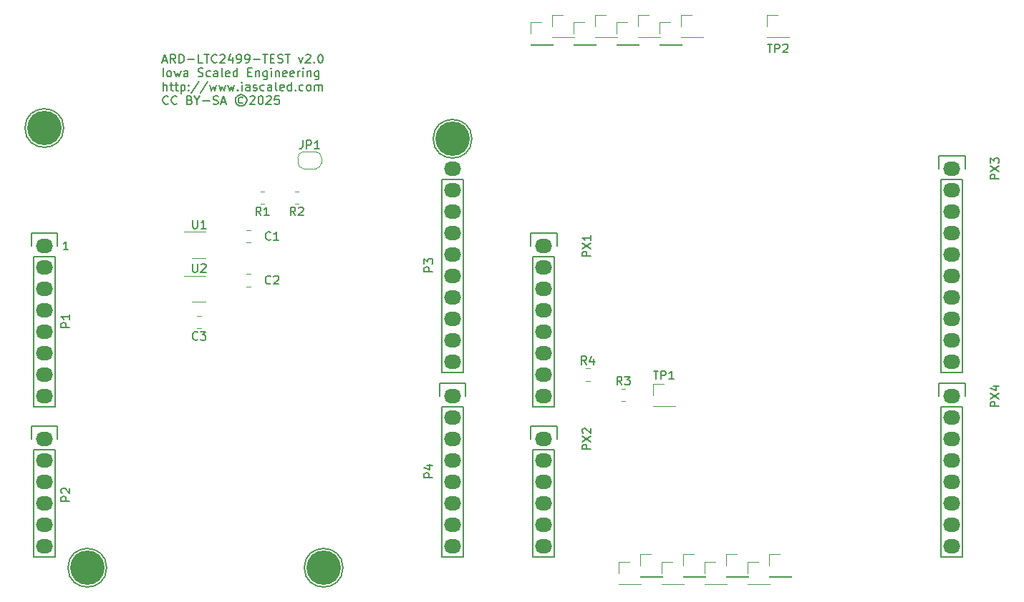
<source format=gto>
G04 #@! TF.GenerationSoftware,KiCad,Pcbnew,6.0.10-86aedd382b~118~ubuntu18.04.1*
G04 #@! TF.CreationDate,2025-02-22T22:25:58-07:00*
G04 #@! TF.ProjectId,ard-ltc2499-test,6172642d-6c74-4633-9234-39392d746573,rev?*
G04 #@! TF.SameCoordinates,Original*
G04 #@! TF.FileFunction,Legend,Top*
G04 #@! TF.FilePolarity,Positive*
%FSLAX46Y46*%
G04 Gerber Fmt 4.6, Leading zero omitted, Abs format (unit mm)*
G04 Created by KiCad (PCBNEW 6.0.10-86aedd382b~118~ubuntu18.04.1) date 2025-02-22 22:25:58*
%MOMM*%
%LPD*%
G01*
G04 APERTURE LIST*
%ADD10C,0.152400*%
%ADD11C,0.150000*%
%ADD12C,0.120000*%
%ADD13O,2.032000X1.727200*%
%ADD14C,4.064000*%
G04 APERTURE END LIST*
D10*
X127546583Y-63755693D02*
X128030393Y-63755693D01*
X127449821Y-64045979D02*
X127788488Y-63029979D01*
X128127155Y-64045979D01*
X129046393Y-64045979D02*
X128707726Y-63562169D01*
X128465821Y-64045979D02*
X128465821Y-63029979D01*
X128852869Y-63029979D01*
X128949631Y-63078360D01*
X128998012Y-63126740D01*
X129046393Y-63223502D01*
X129046393Y-63368645D01*
X128998012Y-63465407D01*
X128949631Y-63513788D01*
X128852869Y-63562169D01*
X128465821Y-63562169D01*
X129481821Y-64045979D02*
X129481821Y-63029979D01*
X129723726Y-63029979D01*
X129868869Y-63078360D01*
X129965631Y-63175121D01*
X130014012Y-63271883D01*
X130062393Y-63465407D01*
X130062393Y-63610550D01*
X130014012Y-63804074D01*
X129965631Y-63900836D01*
X129868869Y-63997598D01*
X129723726Y-64045979D01*
X129481821Y-64045979D01*
X130497821Y-63658931D02*
X131271917Y-63658931D01*
X132239536Y-64045979D02*
X131755726Y-64045979D01*
X131755726Y-63029979D01*
X132433060Y-63029979D02*
X133013631Y-63029979D01*
X132723345Y-64045979D02*
X132723345Y-63029979D01*
X133932869Y-63949217D02*
X133884488Y-63997598D01*
X133739345Y-64045979D01*
X133642583Y-64045979D01*
X133497440Y-63997598D01*
X133400679Y-63900836D01*
X133352298Y-63804074D01*
X133303917Y-63610550D01*
X133303917Y-63465407D01*
X133352298Y-63271883D01*
X133400679Y-63175121D01*
X133497440Y-63078360D01*
X133642583Y-63029979D01*
X133739345Y-63029979D01*
X133884488Y-63078360D01*
X133932869Y-63126740D01*
X134319917Y-63126740D02*
X134368298Y-63078360D01*
X134465060Y-63029979D01*
X134706964Y-63029979D01*
X134803726Y-63078360D01*
X134852107Y-63126740D01*
X134900488Y-63223502D01*
X134900488Y-63320264D01*
X134852107Y-63465407D01*
X134271536Y-64045979D01*
X134900488Y-64045979D01*
X135771345Y-63368645D02*
X135771345Y-64045979D01*
X135529440Y-62981598D02*
X135287536Y-63707312D01*
X135916488Y-63707312D01*
X136351917Y-64045979D02*
X136545440Y-64045979D01*
X136642202Y-63997598D01*
X136690583Y-63949217D01*
X136787345Y-63804074D01*
X136835726Y-63610550D01*
X136835726Y-63223502D01*
X136787345Y-63126740D01*
X136738964Y-63078360D01*
X136642202Y-63029979D01*
X136448679Y-63029979D01*
X136351917Y-63078360D01*
X136303536Y-63126740D01*
X136255155Y-63223502D01*
X136255155Y-63465407D01*
X136303536Y-63562169D01*
X136351917Y-63610550D01*
X136448679Y-63658931D01*
X136642202Y-63658931D01*
X136738964Y-63610550D01*
X136787345Y-63562169D01*
X136835726Y-63465407D01*
X137319536Y-64045979D02*
X137513060Y-64045979D01*
X137609821Y-63997598D01*
X137658202Y-63949217D01*
X137754964Y-63804074D01*
X137803345Y-63610550D01*
X137803345Y-63223502D01*
X137754964Y-63126740D01*
X137706583Y-63078360D01*
X137609821Y-63029979D01*
X137416298Y-63029979D01*
X137319536Y-63078360D01*
X137271155Y-63126740D01*
X137222774Y-63223502D01*
X137222774Y-63465407D01*
X137271155Y-63562169D01*
X137319536Y-63610550D01*
X137416298Y-63658931D01*
X137609821Y-63658931D01*
X137706583Y-63610550D01*
X137754964Y-63562169D01*
X137803345Y-63465407D01*
X138238774Y-63658931D02*
X139012869Y-63658931D01*
X139351536Y-63029979D02*
X139932107Y-63029979D01*
X139641821Y-64045979D02*
X139641821Y-63029979D01*
X140270774Y-63513788D02*
X140609440Y-63513788D01*
X140754583Y-64045979D02*
X140270774Y-64045979D01*
X140270774Y-63029979D01*
X140754583Y-63029979D01*
X141141631Y-63997598D02*
X141286774Y-64045979D01*
X141528679Y-64045979D01*
X141625440Y-63997598D01*
X141673821Y-63949217D01*
X141722202Y-63852455D01*
X141722202Y-63755693D01*
X141673821Y-63658931D01*
X141625440Y-63610550D01*
X141528679Y-63562169D01*
X141335155Y-63513788D01*
X141238393Y-63465407D01*
X141190012Y-63417026D01*
X141141631Y-63320264D01*
X141141631Y-63223502D01*
X141190012Y-63126740D01*
X141238393Y-63078360D01*
X141335155Y-63029979D01*
X141577060Y-63029979D01*
X141722202Y-63078360D01*
X142012488Y-63029979D02*
X142593060Y-63029979D01*
X142302774Y-64045979D02*
X142302774Y-63029979D01*
X143609060Y-63368645D02*
X143850964Y-64045979D01*
X144092869Y-63368645D01*
X144431536Y-63126740D02*
X144479917Y-63078360D01*
X144576679Y-63029979D01*
X144818583Y-63029979D01*
X144915345Y-63078360D01*
X144963726Y-63126740D01*
X145012107Y-63223502D01*
X145012107Y-63320264D01*
X144963726Y-63465407D01*
X144383155Y-64045979D01*
X145012107Y-64045979D01*
X145447536Y-63949217D02*
X145495917Y-63997598D01*
X145447536Y-64045979D01*
X145399155Y-63997598D01*
X145447536Y-63949217D01*
X145447536Y-64045979D01*
X146124869Y-63029979D02*
X146221631Y-63029979D01*
X146318393Y-63078360D01*
X146366774Y-63126740D01*
X146415155Y-63223502D01*
X146463536Y-63417026D01*
X146463536Y-63658931D01*
X146415155Y-63852455D01*
X146366774Y-63949217D01*
X146318393Y-63997598D01*
X146221631Y-64045979D01*
X146124869Y-64045979D01*
X146028107Y-63997598D01*
X145979726Y-63949217D01*
X145931345Y-63852455D01*
X145882964Y-63658931D01*
X145882964Y-63417026D01*
X145931345Y-63223502D01*
X145979726Y-63126740D01*
X146028107Y-63078360D01*
X146124869Y-63029979D01*
X127594964Y-65681739D02*
X127594964Y-64665739D01*
X128223917Y-65681739D02*
X128127155Y-65633358D01*
X128078774Y-65584977D01*
X128030393Y-65488215D01*
X128030393Y-65197929D01*
X128078774Y-65101167D01*
X128127155Y-65052786D01*
X128223917Y-65004405D01*
X128369060Y-65004405D01*
X128465821Y-65052786D01*
X128514202Y-65101167D01*
X128562583Y-65197929D01*
X128562583Y-65488215D01*
X128514202Y-65584977D01*
X128465821Y-65633358D01*
X128369060Y-65681739D01*
X128223917Y-65681739D01*
X128901250Y-65004405D02*
X129094774Y-65681739D01*
X129288298Y-65197929D01*
X129481821Y-65681739D01*
X129675345Y-65004405D01*
X130497821Y-65681739D02*
X130497821Y-65149548D01*
X130449440Y-65052786D01*
X130352679Y-65004405D01*
X130159155Y-65004405D01*
X130062393Y-65052786D01*
X130497821Y-65633358D02*
X130401060Y-65681739D01*
X130159155Y-65681739D01*
X130062393Y-65633358D01*
X130014012Y-65536596D01*
X130014012Y-65439834D01*
X130062393Y-65343072D01*
X130159155Y-65294691D01*
X130401060Y-65294691D01*
X130497821Y-65246310D01*
X131707345Y-65633358D02*
X131852488Y-65681739D01*
X132094393Y-65681739D01*
X132191155Y-65633358D01*
X132239536Y-65584977D01*
X132287917Y-65488215D01*
X132287917Y-65391453D01*
X132239536Y-65294691D01*
X132191155Y-65246310D01*
X132094393Y-65197929D01*
X131900869Y-65149548D01*
X131804107Y-65101167D01*
X131755726Y-65052786D01*
X131707345Y-64956024D01*
X131707345Y-64859262D01*
X131755726Y-64762500D01*
X131804107Y-64714120D01*
X131900869Y-64665739D01*
X132142774Y-64665739D01*
X132287917Y-64714120D01*
X133158774Y-65633358D02*
X133062012Y-65681739D01*
X132868488Y-65681739D01*
X132771726Y-65633358D01*
X132723345Y-65584977D01*
X132674964Y-65488215D01*
X132674964Y-65197929D01*
X132723345Y-65101167D01*
X132771726Y-65052786D01*
X132868488Y-65004405D01*
X133062012Y-65004405D01*
X133158774Y-65052786D01*
X134029631Y-65681739D02*
X134029631Y-65149548D01*
X133981250Y-65052786D01*
X133884488Y-65004405D01*
X133690964Y-65004405D01*
X133594202Y-65052786D01*
X134029631Y-65633358D02*
X133932869Y-65681739D01*
X133690964Y-65681739D01*
X133594202Y-65633358D01*
X133545821Y-65536596D01*
X133545821Y-65439834D01*
X133594202Y-65343072D01*
X133690964Y-65294691D01*
X133932869Y-65294691D01*
X134029631Y-65246310D01*
X134658583Y-65681739D02*
X134561821Y-65633358D01*
X134513440Y-65536596D01*
X134513440Y-64665739D01*
X135432679Y-65633358D02*
X135335917Y-65681739D01*
X135142393Y-65681739D01*
X135045631Y-65633358D01*
X134997250Y-65536596D01*
X134997250Y-65149548D01*
X135045631Y-65052786D01*
X135142393Y-65004405D01*
X135335917Y-65004405D01*
X135432679Y-65052786D01*
X135481060Y-65149548D01*
X135481060Y-65246310D01*
X134997250Y-65343072D01*
X136351917Y-65681739D02*
X136351917Y-64665739D01*
X136351917Y-65633358D02*
X136255155Y-65681739D01*
X136061631Y-65681739D01*
X135964869Y-65633358D01*
X135916488Y-65584977D01*
X135868107Y-65488215D01*
X135868107Y-65197929D01*
X135916488Y-65101167D01*
X135964869Y-65052786D01*
X136061631Y-65004405D01*
X136255155Y-65004405D01*
X136351917Y-65052786D01*
X137609821Y-65149548D02*
X137948488Y-65149548D01*
X138093631Y-65681739D02*
X137609821Y-65681739D01*
X137609821Y-64665739D01*
X138093631Y-64665739D01*
X138529060Y-65004405D02*
X138529060Y-65681739D01*
X138529060Y-65101167D02*
X138577440Y-65052786D01*
X138674202Y-65004405D01*
X138819345Y-65004405D01*
X138916107Y-65052786D01*
X138964488Y-65149548D01*
X138964488Y-65681739D01*
X139883726Y-65004405D02*
X139883726Y-65826881D01*
X139835345Y-65923643D01*
X139786964Y-65972024D01*
X139690202Y-66020405D01*
X139545060Y-66020405D01*
X139448298Y-65972024D01*
X139883726Y-65633358D02*
X139786964Y-65681739D01*
X139593440Y-65681739D01*
X139496679Y-65633358D01*
X139448298Y-65584977D01*
X139399917Y-65488215D01*
X139399917Y-65197929D01*
X139448298Y-65101167D01*
X139496679Y-65052786D01*
X139593440Y-65004405D01*
X139786964Y-65004405D01*
X139883726Y-65052786D01*
X140367536Y-65681739D02*
X140367536Y-65004405D01*
X140367536Y-64665739D02*
X140319155Y-64714120D01*
X140367536Y-64762500D01*
X140415917Y-64714120D01*
X140367536Y-64665739D01*
X140367536Y-64762500D01*
X140851345Y-65004405D02*
X140851345Y-65681739D01*
X140851345Y-65101167D02*
X140899726Y-65052786D01*
X140996488Y-65004405D01*
X141141631Y-65004405D01*
X141238393Y-65052786D01*
X141286774Y-65149548D01*
X141286774Y-65681739D01*
X142157631Y-65633358D02*
X142060869Y-65681739D01*
X141867345Y-65681739D01*
X141770583Y-65633358D01*
X141722202Y-65536596D01*
X141722202Y-65149548D01*
X141770583Y-65052786D01*
X141867345Y-65004405D01*
X142060869Y-65004405D01*
X142157631Y-65052786D01*
X142206012Y-65149548D01*
X142206012Y-65246310D01*
X141722202Y-65343072D01*
X143028488Y-65633358D02*
X142931726Y-65681739D01*
X142738202Y-65681739D01*
X142641440Y-65633358D01*
X142593060Y-65536596D01*
X142593060Y-65149548D01*
X142641440Y-65052786D01*
X142738202Y-65004405D01*
X142931726Y-65004405D01*
X143028488Y-65052786D01*
X143076869Y-65149548D01*
X143076869Y-65246310D01*
X142593060Y-65343072D01*
X143512298Y-65681739D02*
X143512298Y-65004405D01*
X143512298Y-65197929D02*
X143560679Y-65101167D01*
X143609060Y-65052786D01*
X143705821Y-65004405D01*
X143802583Y-65004405D01*
X144141250Y-65681739D02*
X144141250Y-65004405D01*
X144141250Y-64665739D02*
X144092869Y-64714120D01*
X144141250Y-64762500D01*
X144189631Y-64714120D01*
X144141250Y-64665739D01*
X144141250Y-64762500D01*
X144625060Y-65004405D02*
X144625060Y-65681739D01*
X144625060Y-65101167D02*
X144673440Y-65052786D01*
X144770202Y-65004405D01*
X144915345Y-65004405D01*
X145012107Y-65052786D01*
X145060488Y-65149548D01*
X145060488Y-65681739D01*
X145979726Y-65004405D02*
X145979726Y-65826881D01*
X145931345Y-65923643D01*
X145882964Y-65972024D01*
X145786202Y-66020405D01*
X145641060Y-66020405D01*
X145544298Y-65972024D01*
X145979726Y-65633358D02*
X145882964Y-65681739D01*
X145689440Y-65681739D01*
X145592679Y-65633358D01*
X145544298Y-65584977D01*
X145495917Y-65488215D01*
X145495917Y-65197929D01*
X145544298Y-65101167D01*
X145592679Y-65052786D01*
X145689440Y-65004405D01*
X145882964Y-65004405D01*
X145979726Y-65052786D01*
X127594964Y-67317499D02*
X127594964Y-66301499D01*
X128030393Y-67317499D02*
X128030393Y-66785308D01*
X127982012Y-66688546D01*
X127885250Y-66640165D01*
X127740107Y-66640165D01*
X127643345Y-66688546D01*
X127594964Y-66736927D01*
X128369060Y-66640165D02*
X128756107Y-66640165D01*
X128514202Y-66301499D02*
X128514202Y-67172356D01*
X128562583Y-67269118D01*
X128659345Y-67317499D01*
X128756107Y-67317499D01*
X128949631Y-66640165D02*
X129336679Y-66640165D01*
X129094774Y-66301499D02*
X129094774Y-67172356D01*
X129143155Y-67269118D01*
X129239917Y-67317499D01*
X129336679Y-67317499D01*
X129675345Y-66640165D02*
X129675345Y-67656165D01*
X129675345Y-66688546D02*
X129772107Y-66640165D01*
X129965631Y-66640165D01*
X130062393Y-66688546D01*
X130110774Y-66736927D01*
X130159155Y-66833689D01*
X130159155Y-67123975D01*
X130110774Y-67220737D01*
X130062393Y-67269118D01*
X129965631Y-67317499D01*
X129772107Y-67317499D01*
X129675345Y-67269118D01*
X130594583Y-67220737D02*
X130642964Y-67269118D01*
X130594583Y-67317499D01*
X130546202Y-67269118D01*
X130594583Y-67220737D01*
X130594583Y-67317499D01*
X130594583Y-66688546D02*
X130642964Y-66736927D01*
X130594583Y-66785308D01*
X130546202Y-66736927D01*
X130594583Y-66688546D01*
X130594583Y-66785308D01*
X131804107Y-66253118D02*
X130933250Y-67559403D01*
X132868488Y-66253118D02*
X131997631Y-67559403D01*
X133110393Y-66640165D02*
X133303917Y-67317499D01*
X133497440Y-66833689D01*
X133690964Y-67317499D01*
X133884488Y-66640165D01*
X134174774Y-66640165D02*
X134368298Y-67317499D01*
X134561821Y-66833689D01*
X134755345Y-67317499D01*
X134948869Y-66640165D01*
X135239155Y-66640165D02*
X135432679Y-67317499D01*
X135626202Y-66833689D01*
X135819726Y-67317499D01*
X136013250Y-66640165D01*
X136400298Y-67220737D02*
X136448679Y-67269118D01*
X136400298Y-67317499D01*
X136351917Y-67269118D01*
X136400298Y-67220737D01*
X136400298Y-67317499D01*
X136884107Y-67317499D02*
X136884107Y-66640165D01*
X136884107Y-66301499D02*
X136835726Y-66349880D01*
X136884107Y-66398260D01*
X136932488Y-66349880D01*
X136884107Y-66301499D01*
X136884107Y-66398260D01*
X137803345Y-67317499D02*
X137803345Y-66785308D01*
X137754964Y-66688546D01*
X137658202Y-66640165D01*
X137464679Y-66640165D01*
X137367917Y-66688546D01*
X137803345Y-67269118D02*
X137706583Y-67317499D01*
X137464679Y-67317499D01*
X137367917Y-67269118D01*
X137319536Y-67172356D01*
X137319536Y-67075594D01*
X137367917Y-66978832D01*
X137464679Y-66930451D01*
X137706583Y-66930451D01*
X137803345Y-66882070D01*
X138238774Y-67269118D02*
X138335536Y-67317499D01*
X138529060Y-67317499D01*
X138625821Y-67269118D01*
X138674202Y-67172356D01*
X138674202Y-67123975D01*
X138625821Y-67027213D01*
X138529060Y-66978832D01*
X138383917Y-66978832D01*
X138287155Y-66930451D01*
X138238774Y-66833689D01*
X138238774Y-66785308D01*
X138287155Y-66688546D01*
X138383917Y-66640165D01*
X138529060Y-66640165D01*
X138625821Y-66688546D01*
X139545060Y-67269118D02*
X139448298Y-67317499D01*
X139254774Y-67317499D01*
X139158012Y-67269118D01*
X139109631Y-67220737D01*
X139061250Y-67123975D01*
X139061250Y-66833689D01*
X139109631Y-66736927D01*
X139158012Y-66688546D01*
X139254774Y-66640165D01*
X139448298Y-66640165D01*
X139545060Y-66688546D01*
X140415917Y-67317499D02*
X140415917Y-66785308D01*
X140367536Y-66688546D01*
X140270774Y-66640165D01*
X140077250Y-66640165D01*
X139980488Y-66688546D01*
X140415917Y-67269118D02*
X140319155Y-67317499D01*
X140077250Y-67317499D01*
X139980488Y-67269118D01*
X139932107Y-67172356D01*
X139932107Y-67075594D01*
X139980488Y-66978832D01*
X140077250Y-66930451D01*
X140319155Y-66930451D01*
X140415917Y-66882070D01*
X141044869Y-67317499D02*
X140948107Y-67269118D01*
X140899726Y-67172356D01*
X140899726Y-66301499D01*
X141818964Y-67269118D02*
X141722202Y-67317499D01*
X141528679Y-67317499D01*
X141431917Y-67269118D01*
X141383536Y-67172356D01*
X141383536Y-66785308D01*
X141431917Y-66688546D01*
X141528679Y-66640165D01*
X141722202Y-66640165D01*
X141818964Y-66688546D01*
X141867345Y-66785308D01*
X141867345Y-66882070D01*
X141383536Y-66978832D01*
X142738202Y-67317499D02*
X142738202Y-66301499D01*
X142738202Y-67269118D02*
X142641440Y-67317499D01*
X142447917Y-67317499D01*
X142351155Y-67269118D01*
X142302774Y-67220737D01*
X142254393Y-67123975D01*
X142254393Y-66833689D01*
X142302774Y-66736927D01*
X142351155Y-66688546D01*
X142447917Y-66640165D01*
X142641440Y-66640165D01*
X142738202Y-66688546D01*
X143222012Y-67220737D02*
X143270393Y-67269118D01*
X143222012Y-67317499D01*
X143173631Y-67269118D01*
X143222012Y-67220737D01*
X143222012Y-67317499D01*
X144141250Y-67269118D02*
X144044488Y-67317499D01*
X143850964Y-67317499D01*
X143754202Y-67269118D01*
X143705821Y-67220737D01*
X143657440Y-67123975D01*
X143657440Y-66833689D01*
X143705821Y-66736927D01*
X143754202Y-66688546D01*
X143850964Y-66640165D01*
X144044488Y-66640165D01*
X144141250Y-66688546D01*
X144721821Y-67317499D02*
X144625060Y-67269118D01*
X144576679Y-67220737D01*
X144528298Y-67123975D01*
X144528298Y-66833689D01*
X144576679Y-66736927D01*
X144625060Y-66688546D01*
X144721821Y-66640165D01*
X144866964Y-66640165D01*
X144963726Y-66688546D01*
X145012107Y-66736927D01*
X145060488Y-66833689D01*
X145060488Y-67123975D01*
X145012107Y-67220737D01*
X144963726Y-67269118D01*
X144866964Y-67317499D01*
X144721821Y-67317499D01*
X145495917Y-67317499D02*
X145495917Y-66640165D01*
X145495917Y-66736927D02*
X145544298Y-66688546D01*
X145641060Y-66640165D01*
X145786202Y-66640165D01*
X145882964Y-66688546D01*
X145931345Y-66785308D01*
X145931345Y-67317499D01*
X145931345Y-66785308D02*
X145979726Y-66688546D01*
X146076488Y-66640165D01*
X146221631Y-66640165D01*
X146318393Y-66688546D01*
X146366774Y-66785308D01*
X146366774Y-67317499D01*
X128175536Y-68856497D02*
X128127155Y-68904878D01*
X127982012Y-68953259D01*
X127885250Y-68953259D01*
X127740107Y-68904878D01*
X127643345Y-68808116D01*
X127594964Y-68711354D01*
X127546583Y-68517830D01*
X127546583Y-68372687D01*
X127594964Y-68179163D01*
X127643345Y-68082401D01*
X127740107Y-67985640D01*
X127885250Y-67937259D01*
X127982012Y-67937259D01*
X128127155Y-67985640D01*
X128175536Y-68034020D01*
X129191536Y-68856497D02*
X129143155Y-68904878D01*
X128998012Y-68953259D01*
X128901250Y-68953259D01*
X128756107Y-68904878D01*
X128659345Y-68808116D01*
X128610964Y-68711354D01*
X128562583Y-68517830D01*
X128562583Y-68372687D01*
X128610964Y-68179163D01*
X128659345Y-68082401D01*
X128756107Y-67985640D01*
X128901250Y-67937259D01*
X128998012Y-67937259D01*
X129143155Y-67985640D01*
X129191536Y-68034020D01*
X130739726Y-68421068D02*
X130884869Y-68469449D01*
X130933250Y-68517830D01*
X130981631Y-68614592D01*
X130981631Y-68759735D01*
X130933250Y-68856497D01*
X130884869Y-68904878D01*
X130788107Y-68953259D01*
X130401060Y-68953259D01*
X130401060Y-67937259D01*
X130739726Y-67937259D01*
X130836488Y-67985640D01*
X130884869Y-68034020D01*
X130933250Y-68130782D01*
X130933250Y-68227544D01*
X130884869Y-68324306D01*
X130836488Y-68372687D01*
X130739726Y-68421068D01*
X130401060Y-68421068D01*
X131610583Y-68469449D02*
X131610583Y-68953259D01*
X131271917Y-67937259D02*
X131610583Y-68469449D01*
X131949250Y-67937259D01*
X132287917Y-68566211D02*
X133062012Y-68566211D01*
X133497440Y-68904878D02*
X133642583Y-68953259D01*
X133884488Y-68953259D01*
X133981250Y-68904878D01*
X134029631Y-68856497D01*
X134078012Y-68759735D01*
X134078012Y-68662973D01*
X134029631Y-68566211D01*
X133981250Y-68517830D01*
X133884488Y-68469449D01*
X133690964Y-68421068D01*
X133594202Y-68372687D01*
X133545821Y-68324306D01*
X133497440Y-68227544D01*
X133497440Y-68130782D01*
X133545821Y-68034020D01*
X133594202Y-67985640D01*
X133690964Y-67937259D01*
X133932869Y-67937259D01*
X134078012Y-67985640D01*
X134465060Y-68662973D02*
X134948869Y-68662973D01*
X134368298Y-68953259D02*
X134706964Y-67937259D01*
X135045631Y-68953259D01*
X136980869Y-68179163D02*
X136884107Y-68130782D01*
X136690583Y-68130782D01*
X136593821Y-68179163D01*
X136497060Y-68275925D01*
X136448679Y-68372687D01*
X136448679Y-68566211D01*
X136497060Y-68662973D01*
X136593821Y-68759735D01*
X136690583Y-68808116D01*
X136884107Y-68808116D01*
X136980869Y-68759735D01*
X136787345Y-67792116D02*
X136545440Y-67840497D01*
X136303536Y-67985640D01*
X136158393Y-68227544D01*
X136110012Y-68469449D01*
X136158393Y-68711354D01*
X136303536Y-68953259D01*
X136545440Y-69098401D01*
X136787345Y-69146782D01*
X137029250Y-69098401D01*
X137271155Y-68953259D01*
X137416298Y-68711354D01*
X137464679Y-68469449D01*
X137416298Y-68227544D01*
X137271155Y-67985640D01*
X137029250Y-67840497D01*
X136787345Y-67792116D01*
X137851726Y-68034020D02*
X137900107Y-67985640D01*
X137996869Y-67937259D01*
X138238774Y-67937259D01*
X138335536Y-67985640D01*
X138383917Y-68034020D01*
X138432298Y-68130782D01*
X138432298Y-68227544D01*
X138383917Y-68372687D01*
X137803345Y-68953259D01*
X138432298Y-68953259D01*
X139061250Y-67937259D02*
X139158012Y-67937259D01*
X139254774Y-67985640D01*
X139303155Y-68034020D01*
X139351536Y-68130782D01*
X139399917Y-68324306D01*
X139399917Y-68566211D01*
X139351536Y-68759735D01*
X139303155Y-68856497D01*
X139254774Y-68904878D01*
X139158012Y-68953259D01*
X139061250Y-68953259D01*
X138964488Y-68904878D01*
X138916107Y-68856497D01*
X138867726Y-68759735D01*
X138819345Y-68566211D01*
X138819345Y-68324306D01*
X138867726Y-68130782D01*
X138916107Y-68034020D01*
X138964488Y-67985640D01*
X139061250Y-67937259D01*
X139786964Y-68034020D02*
X139835345Y-67985640D01*
X139932107Y-67937259D01*
X140174012Y-67937259D01*
X140270774Y-67985640D01*
X140319155Y-68034020D01*
X140367536Y-68130782D01*
X140367536Y-68227544D01*
X140319155Y-68372687D01*
X139738583Y-68953259D01*
X140367536Y-68953259D01*
X141286774Y-67937259D02*
X140802964Y-67937259D01*
X140754583Y-68421068D01*
X140802964Y-68372687D01*
X140899726Y-68324306D01*
X141141631Y-68324306D01*
X141238393Y-68372687D01*
X141286774Y-68421068D01*
X141335155Y-68517830D01*
X141335155Y-68759735D01*
X141286774Y-68856497D01*
X141238393Y-68904878D01*
X141141631Y-68953259D01*
X140899726Y-68953259D01*
X140802964Y-68904878D01*
X140754583Y-68856497D01*
D11*
X116363714Y-86177380D02*
X115792285Y-86177380D01*
X116078000Y-86177380D02*
X116078000Y-85177380D01*
X115982761Y-85320238D01*
X115887523Y-85415476D01*
X115792285Y-85463095D01*
X116530380Y-95353095D02*
X115530380Y-95353095D01*
X115530380Y-94972142D01*
X115578000Y-94876904D01*
X115625619Y-94829285D01*
X115720857Y-94781666D01*
X115863714Y-94781666D01*
X115958952Y-94829285D01*
X116006571Y-94876904D01*
X116054190Y-94972142D01*
X116054190Y-95353095D01*
X116530380Y-93829285D02*
X116530380Y-94400714D01*
X116530380Y-94115000D02*
X115530380Y-94115000D01*
X115673238Y-94210238D01*
X115768476Y-94305476D01*
X115816095Y-94400714D01*
X116530380Y-115927095D02*
X115530380Y-115927095D01*
X115530380Y-115546142D01*
X115578000Y-115450904D01*
X115625619Y-115403285D01*
X115720857Y-115355666D01*
X115863714Y-115355666D01*
X115958952Y-115403285D01*
X116006571Y-115450904D01*
X116054190Y-115546142D01*
X116054190Y-115927095D01*
X115625619Y-114974714D02*
X115578000Y-114927095D01*
X115530380Y-114831857D01*
X115530380Y-114593761D01*
X115578000Y-114498523D01*
X115625619Y-114450904D01*
X115720857Y-114403285D01*
X115816095Y-114403285D01*
X115958952Y-114450904D01*
X116530380Y-115022333D01*
X116530380Y-114403285D01*
X159456380Y-88749095D02*
X158456380Y-88749095D01*
X158456380Y-88368142D01*
X158504000Y-88272904D01*
X158551619Y-88225285D01*
X158646857Y-88177666D01*
X158789714Y-88177666D01*
X158884952Y-88225285D01*
X158932571Y-88272904D01*
X158980190Y-88368142D01*
X158980190Y-88749095D01*
X158456380Y-87844333D02*
X158456380Y-87225285D01*
X158837333Y-87558619D01*
X158837333Y-87415761D01*
X158884952Y-87320523D01*
X158932571Y-87272904D01*
X159027809Y-87225285D01*
X159265904Y-87225285D01*
X159361142Y-87272904D01*
X159408761Y-87320523D01*
X159456380Y-87415761D01*
X159456380Y-87701476D01*
X159408761Y-87796714D01*
X159361142Y-87844333D01*
X159456380Y-113133095D02*
X158456380Y-113133095D01*
X158456380Y-112752142D01*
X158504000Y-112656904D01*
X158551619Y-112609285D01*
X158646857Y-112561666D01*
X158789714Y-112561666D01*
X158884952Y-112609285D01*
X158932571Y-112656904D01*
X158980190Y-112752142D01*
X158980190Y-113133095D01*
X158789714Y-111704523D02*
X159456380Y-111704523D01*
X158408761Y-111942619D02*
X159123047Y-112180714D01*
X159123047Y-111561666D01*
X144073666Y-73217380D02*
X144073666Y-73931666D01*
X144026047Y-74074523D01*
X143930809Y-74169761D01*
X143787952Y-74217380D01*
X143692714Y-74217380D01*
X144549857Y-74217380D02*
X144549857Y-73217380D01*
X144930809Y-73217380D01*
X145026047Y-73265000D01*
X145073666Y-73312619D01*
X145121285Y-73407857D01*
X145121285Y-73550714D01*
X145073666Y-73645952D01*
X145026047Y-73693571D01*
X144930809Y-73741190D01*
X144549857Y-73741190D01*
X146073666Y-74217380D02*
X145502238Y-74217380D01*
X145787952Y-74217380D02*
X145787952Y-73217380D01*
X145692714Y-73360238D01*
X145597476Y-73455476D01*
X145502238Y-73503095D01*
X177633333Y-99767380D02*
X177300000Y-99291190D01*
X177061904Y-99767380D02*
X177061904Y-98767380D01*
X177442857Y-98767380D01*
X177538095Y-98815000D01*
X177585714Y-98862619D01*
X177633333Y-98957857D01*
X177633333Y-99100714D01*
X177585714Y-99195952D01*
X177538095Y-99243571D01*
X177442857Y-99291190D01*
X177061904Y-99291190D01*
X178490476Y-99100714D02*
X178490476Y-99767380D01*
X178252380Y-98719761D02*
X178014285Y-99434047D01*
X178633333Y-99434047D01*
X226405380Y-104719285D02*
X225405380Y-104719285D01*
X225405380Y-104338333D01*
X225453000Y-104243095D01*
X225500619Y-104195476D01*
X225595857Y-104147857D01*
X225738714Y-104147857D01*
X225833952Y-104195476D01*
X225881571Y-104243095D01*
X225929190Y-104338333D01*
X225929190Y-104719285D01*
X225405380Y-103814523D02*
X226405380Y-103147857D01*
X225405380Y-103147857D02*
X226405380Y-103814523D01*
X225738714Y-102338333D02*
X226405380Y-102338333D01*
X225357761Y-102576428D02*
X226072047Y-102814523D01*
X226072047Y-102195476D01*
X131064095Y-87857380D02*
X131064095Y-88666904D01*
X131111714Y-88762142D01*
X131159333Y-88809761D01*
X131254571Y-88857380D01*
X131445047Y-88857380D01*
X131540285Y-88809761D01*
X131587904Y-88762142D01*
X131635523Y-88666904D01*
X131635523Y-87857380D01*
X132064095Y-87952619D02*
X132111714Y-87905000D01*
X132206952Y-87857380D01*
X132445047Y-87857380D01*
X132540285Y-87905000D01*
X132587904Y-87952619D01*
X132635523Y-88047857D01*
X132635523Y-88143095D01*
X132587904Y-88285952D01*
X132016476Y-88857380D01*
X132635523Y-88857380D01*
X131064095Y-82650380D02*
X131064095Y-83459904D01*
X131111714Y-83555142D01*
X131159333Y-83602761D01*
X131254571Y-83650380D01*
X131445047Y-83650380D01*
X131540285Y-83602761D01*
X131587904Y-83555142D01*
X131635523Y-83459904D01*
X131635523Y-82650380D01*
X132635523Y-83650380D02*
X132064095Y-83650380D01*
X132349809Y-83650380D02*
X132349809Y-82650380D01*
X132254571Y-82793238D01*
X132159333Y-82888476D01*
X132064095Y-82936095D01*
X178145380Y-109799285D02*
X177145380Y-109799285D01*
X177145380Y-109418333D01*
X177193000Y-109323095D01*
X177240619Y-109275476D01*
X177335857Y-109227857D01*
X177478714Y-109227857D01*
X177573952Y-109275476D01*
X177621571Y-109323095D01*
X177669190Y-109418333D01*
X177669190Y-109799285D01*
X177145380Y-108894523D02*
X178145380Y-108227857D01*
X177145380Y-108227857D02*
X178145380Y-108894523D01*
X177240619Y-107894523D02*
X177193000Y-107846904D01*
X177145380Y-107751666D01*
X177145380Y-107513571D01*
X177193000Y-107418333D01*
X177240619Y-107370714D01*
X177335857Y-107323095D01*
X177431095Y-107323095D01*
X177573952Y-107370714D01*
X178145380Y-107942142D01*
X178145380Y-107323095D01*
X143216333Y-82112380D02*
X142883000Y-81636190D01*
X142644904Y-82112380D02*
X142644904Y-81112380D01*
X143025857Y-81112380D01*
X143121095Y-81160000D01*
X143168714Y-81207619D01*
X143216333Y-81302857D01*
X143216333Y-81445714D01*
X143168714Y-81540952D01*
X143121095Y-81588571D01*
X143025857Y-81636190D01*
X142644904Y-81636190D01*
X143597285Y-81207619D02*
X143644904Y-81160000D01*
X143740142Y-81112380D01*
X143978238Y-81112380D01*
X144073476Y-81160000D01*
X144121095Y-81207619D01*
X144168714Y-81302857D01*
X144168714Y-81398095D01*
X144121095Y-81540952D01*
X143549666Y-82112380D01*
X144168714Y-82112380D01*
X181824333Y-102180380D02*
X181491000Y-101704190D01*
X181252904Y-102180380D02*
X181252904Y-101180380D01*
X181633857Y-101180380D01*
X181729095Y-101228000D01*
X181776714Y-101275619D01*
X181824333Y-101370857D01*
X181824333Y-101513714D01*
X181776714Y-101608952D01*
X181729095Y-101656571D01*
X181633857Y-101704190D01*
X181252904Y-101704190D01*
X182157666Y-101180380D02*
X182776714Y-101180380D01*
X182443380Y-101561333D01*
X182586238Y-101561333D01*
X182681476Y-101608952D01*
X182729095Y-101656571D01*
X182776714Y-101751809D01*
X182776714Y-101989904D01*
X182729095Y-102085142D01*
X182681476Y-102132761D01*
X182586238Y-102180380D01*
X182300523Y-102180380D01*
X182205285Y-102132761D01*
X182157666Y-102085142D01*
X226405380Y-77795285D02*
X225405380Y-77795285D01*
X225405380Y-77414333D01*
X225453000Y-77319095D01*
X225500619Y-77271476D01*
X225595857Y-77223857D01*
X225738714Y-77223857D01*
X225833952Y-77271476D01*
X225881571Y-77319095D01*
X225929190Y-77414333D01*
X225929190Y-77795285D01*
X225405380Y-76890523D02*
X226405380Y-76223857D01*
X225405380Y-76223857D02*
X226405380Y-76890523D01*
X225405380Y-75938142D02*
X225405380Y-75319095D01*
X225786333Y-75652428D01*
X225786333Y-75509571D01*
X225833952Y-75414333D01*
X225881571Y-75366714D01*
X225976809Y-75319095D01*
X226214904Y-75319095D01*
X226310142Y-75366714D01*
X226357761Y-75414333D01*
X226405380Y-75509571D01*
X226405380Y-75795285D01*
X226357761Y-75890523D01*
X226310142Y-75938142D01*
X185555095Y-100500380D02*
X186126523Y-100500380D01*
X185840809Y-101500380D02*
X185840809Y-100500380D01*
X186459857Y-101500380D02*
X186459857Y-100500380D01*
X186840809Y-100500380D01*
X186936047Y-100548000D01*
X186983666Y-100595619D01*
X187031285Y-100690857D01*
X187031285Y-100833714D01*
X186983666Y-100928952D01*
X186936047Y-100976571D01*
X186840809Y-101024190D01*
X186459857Y-101024190D01*
X187983666Y-101500380D02*
X187412238Y-101500380D01*
X187697952Y-101500380D02*
X187697952Y-100500380D01*
X187602714Y-100643238D01*
X187507476Y-100738476D01*
X187412238Y-100786095D01*
X140295333Y-90146142D02*
X140247714Y-90193761D01*
X140104857Y-90241380D01*
X140009619Y-90241380D01*
X139866761Y-90193761D01*
X139771523Y-90098523D01*
X139723904Y-90003285D01*
X139676285Y-89812809D01*
X139676285Y-89669952D01*
X139723904Y-89479476D01*
X139771523Y-89384238D01*
X139866761Y-89289000D01*
X140009619Y-89241380D01*
X140104857Y-89241380D01*
X140247714Y-89289000D01*
X140295333Y-89336619D01*
X140676285Y-89336619D02*
X140723904Y-89289000D01*
X140819142Y-89241380D01*
X141057238Y-89241380D01*
X141152476Y-89289000D01*
X141200095Y-89336619D01*
X141247714Y-89431857D01*
X141247714Y-89527095D01*
X141200095Y-89669952D01*
X140628666Y-90241380D01*
X141247714Y-90241380D01*
X199017095Y-61809380D02*
X199588523Y-61809380D01*
X199302809Y-62809380D02*
X199302809Y-61809380D01*
X199921857Y-62809380D02*
X199921857Y-61809380D01*
X200302809Y-61809380D01*
X200398047Y-61857000D01*
X200445666Y-61904619D01*
X200493285Y-61999857D01*
X200493285Y-62142714D01*
X200445666Y-62237952D01*
X200398047Y-62285571D01*
X200302809Y-62333190D01*
X199921857Y-62333190D01*
X200874238Y-61904619D02*
X200921857Y-61857000D01*
X201017095Y-61809380D01*
X201255190Y-61809380D01*
X201350428Y-61857000D01*
X201398047Y-61904619D01*
X201445666Y-61999857D01*
X201445666Y-62095095D01*
X201398047Y-62237952D01*
X200826619Y-62809380D01*
X201445666Y-62809380D01*
X140295333Y-84939142D02*
X140247714Y-84986761D01*
X140104857Y-85034380D01*
X140009619Y-85034380D01*
X139866761Y-84986761D01*
X139771523Y-84891523D01*
X139723904Y-84796285D01*
X139676285Y-84605809D01*
X139676285Y-84462952D01*
X139723904Y-84272476D01*
X139771523Y-84177238D01*
X139866761Y-84082000D01*
X140009619Y-84034380D01*
X140104857Y-84034380D01*
X140247714Y-84082000D01*
X140295333Y-84129619D01*
X141247714Y-85034380D02*
X140676285Y-85034380D01*
X140962000Y-85034380D02*
X140962000Y-84034380D01*
X140866761Y-84177238D01*
X140771523Y-84272476D01*
X140676285Y-84320095D01*
X131659333Y-96779142D02*
X131611714Y-96826761D01*
X131468857Y-96874380D01*
X131373619Y-96874380D01*
X131230761Y-96826761D01*
X131135523Y-96731523D01*
X131087904Y-96636285D01*
X131040285Y-96445809D01*
X131040285Y-96302952D01*
X131087904Y-96112476D01*
X131135523Y-96017238D01*
X131230761Y-95922000D01*
X131373619Y-95874380D01*
X131468857Y-95874380D01*
X131611714Y-95922000D01*
X131659333Y-95969619D01*
X131992666Y-95874380D02*
X132611714Y-95874380D01*
X132278380Y-96255333D01*
X132421238Y-96255333D01*
X132516476Y-96302952D01*
X132564095Y-96350571D01*
X132611714Y-96445809D01*
X132611714Y-96683904D01*
X132564095Y-96779142D01*
X132516476Y-96826761D01*
X132421238Y-96874380D01*
X132135523Y-96874380D01*
X132040285Y-96826761D01*
X131992666Y-96779142D01*
X139152333Y-82112380D02*
X138819000Y-81636190D01*
X138580904Y-82112380D02*
X138580904Y-81112380D01*
X138961857Y-81112380D01*
X139057095Y-81160000D01*
X139104714Y-81207619D01*
X139152333Y-81302857D01*
X139152333Y-81445714D01*
X139104714Y-81540952D01*
X139057095Y-81588571D01*
X138961857Y-81636190D01*
X138580904Y-81636190D01*
X140104714Y-82112380D02*
X139533285Y-82112380D01*
X139819000Y-82112380D02*
X139819000Y-81112380D01*
X139723761Y-81255238D01*
X139628523Y-81350476D01*
X139533285Y-81398095D01*
X178145380Y-86939285D02*
X177145380Y-86939285D01*
X177145380Y-86558333D01*
X177193000Y-86463095D01*
X177240619Y-86415476D01*
X177335857Y-86367857D01*
X177478714Y-86367857D01*
X177573952Y-86415476D01*
X177621571Y-86463095D01*
X177669190Y-86558333D01*
X177669190Y-86939285D01*
X177145380Y-86034523D02*
X178145380Y-85367857D01*
X177145380Y-85367857D02*
X178145380Y-86034523D01*
X178145380Y-84463095D02*
X178145380Y-85034523D01*
X178145380Y-84748809D02*
X177145380Y-84748809D01*
X177288238Y-84844047D01*
X177383476Y-84939285D01*
X177431095Y-85034523D01*
X112268000Y-104775000D02*
X114808000Y-104775000D01*
X112268000Y-86995000D02*
X112268000Y-104775000D01*
X114808000Y-104775000D02*
X114808000Y-86995000D01*
X115088000Y-85725000D02*
X115088000Y-84175000D01*
X115088000Y-84175000D02*
X111988000Y-84175000D01*
X111988000Y-84175000D02*
X111988000Y-85725000D01*
X112268000Y-86995000D02*
X114808000Y-86995000D01*
X112268000Y-109855000D02*
X114808000Y-109855000D01*
X115088000Y-108585000D02*
X115088000Y-107035000D01*
X114808000Y-122555000D02*
X114808000Y-109855000D01*
X112268000Y-109855000D02*
X112268000Y-122555000D01*
X112268000Y-122555000D02*
X114808000Y-122555000D01*
X115088000Y-107035000D02*
X111988000Y-107035000D01*
X111988000Y-107035000D02*
X111988000Y-108585000D01*
X160528000Y-77851000D02*
X160528000Y-100711000D01*
X160528000Y-100711000D02*
X163068000Y-100711000D01*
X163068000Y-100711000D02*
X163068000Y-77851000D01*
X160528000Y-77851000D02*
X163068000Y-77851000D01*
X163068000Y-122555000D02*
X163068000Y-104775000D01*
X160248000Y-101955000D02*
X160248000Y-103505000D01*
X160528000Y-104775000D02*
X160528000Y-122555000D01*
X160528000Y-104775000D02*
X163068000Y-104775000D01*
X163348000Y-103505000D02*
X163348000Y-101955000D01*
X160528000Y-122555000D02*
X163068000Y-122555000D01*
X163348000Y-101955000D02*
X160248000Y-101955000D01*
X115824000Y-71755000D02*
G75*
G03*
X115824000Y-71755000I-2286000J0D01*
G01*
X120904000Y-123825000D02*
G75*
G03*
X120904000Y-123825000I-2286000J0D01*
G01*
X164084000Y-73025000D02*
G75*
G03*
X164084000Y-73025000I-2286000J0D01*
G01*
X148844000Y-123825000D02*
G75*
G03*
X148844000Y-123825000I-2286000J0D01*
G01*
D12*
X145607000Y-76565000D02*
X144207000Y-76565000D01*
X143507000Y-75865000D02*
X143507000Y-75265000D01*
X144207000Y-74565000D02*
X145607000Y-74565000D01*
X146307000Y-75265000D02*
X146307000Y-75865000D01*
X144207000Y-74565000D02*
G75*
G03*
X143507000Y-75265000I-1J-699999D01*
G01*
X146307000Y-75265000D02*
G75*
G03*
X145607000Y-74565000I-700000J0D01*
G01*
X143507000Y-75865000D02*
G75*
G03*
X144207000Y-76565000I699999J-1D01*
G01*
X145607000Y-76565000D02*
G75*
G03*
X146307000Y-75865000I0J700000D01*
G01*
X176209000Y-60960000D02*
X176209000Y-61020000D01*
X173549000Y-60960000D02*
X173549000Y-61020000D01*
X173549000Y-59690000D02*
X173549000Y-58360000D01*
X173549000Y-60960000D02*
X176209000Y-60960000D01*
X173549000Y-61020000D02*
X176209000Y-61020000D01*
X173549000Y-58360000D02*
X174879000Y-58360000D01*
X177572936Y-100230000D02*
X178027064Y-100230000D01*
X177572936Y-101700000D02*
X178027064Y-101700000D01*
D11*
X219303000Y-101955000D02*
X219303000Y-103505000D01*
X219583000Y-104775000D02*
X222123000Y-104775000D01*
X219583000Y-104775000D02*
X219583000Y-122555000D01*
X222403000Y-101955000D02*
X219303000Y-101955000D01*
X222123000Y-122555000D02*
X222123000Y-104775000D01*
X222403000Y-103505000D02*
X222403000Y-101955000D01*
X219583000Y-122555000D02*
X222123000Y-122555000D01*
D12*
X171009000Y-60579000D02*
X171009000Y-59249000D01*
X171009000Y-61849000D02*
X171009000Y-61909000D01*
X173669000Y-61849000D02*
X173669000Y-61909000D01*
X171009000Y-61909000D02*
X173669000Y-61909000D01*
X171009000Y-61849000D02*
X173669000Y-61849000D01*
X171009000Y-59249000D02*
X172339000Y-59249000D01*
X131826000Y-89245000D02*
X132626000Y-89245000D01*
X131826000Y-89245000D02*
X130026000Y-89245000D01*
X131826000Y-92365000D02*
X131026000Y-92365000D01*
X131826000Y-92365000D02*
X132626000Y-92365000D01*
X131826000Y-87158000D02*
X132626000Y-87158000D01*
X131826000Y-84038000D02*
X130026000Y-84038000D01*
X131826000Y-84038000D02*
X132626000Y-84038000D01*
X131826000Y-87158000D02*
X131026000Y-87158000D01*
X199203000Y-124841000D02*
X201863000Y-124841000D01*
X199203000Y-122241000D02*
X200533000Y-122241000D01*
X199203000Y-124841000D02*
X199203000Y-124901000D01*
X199203000Y-124901000D02*
X201863000Y-124901000D01*
X201863000Y-124841000D02*
X201863000Y-124901000D01*
X199203000Y-123571000D02*
X199203000Y-122241000D01*
D11*
X173863000Y-122555000D02*
X173863000Y-109855000D01*
X174143000Y-108585000D02*
X174143000Y-107035000D01*
X174143000Y-107035000D02*
X171043000Y-107035000D01*
X171323000Y-109855000D02*
X173863000Y-109855000D01*
X171323000Y-109855000D02*
X171323000Y-122555000D01*
X171043000Y-107035000D02*
X171043000Y-108585000D01*
X171323000Y-122555000D02*
X173863000Y-122555000D01*
D12*
X143610064Y-80745000D02*
X143155936Y-80745000D01*
X143610064Y-79275000D02*
X143155936Y-79275000D01*
X176089000Y-59249000D02*
X177419000Y-59249000D01*
X176089000Y-61849000D02*
X178749000Y-61849000D01*
X176089000Y-60579000D02*
X176089000Y-59249000D01*
X176089000Y-61909000D02*
X178749000Y-61909000D01*
X178749000Y-61849000D02*
X178749000Y-61909000D01*
X176089000Y-61849000D02*
X176089000Y-61909000D01*
X194123000Y-122241000D02*
X195453000Y-122241000D01*
X196783000Y-124841000D02*
X196783000Y-124901000D01*
X194123000Y-123571000D02*
X194123000Y-122241000D01*
X194123000Y-124841000D02*
X196783000Y-124841000D01*
X194123000Y-124841000D02*
X194123000Y-124901000D01*
X194123000Y-124901000D02*
X196783000Y-124901000D01*
X186503000Y-125730000D02*
X186503000Y-125790000D01*
X186503000Y-125790000D02*
X189163000Y-125790000D01*
X189163000Y-125730000D02*
X189163000Y-125790000D01*
X186503000Y-124460000D02*
X186503000Y-123130000D01*
X186503000Y-123130000D02*
X187833000Y-123130000D01*
X186503000Y-125730000D02*
X189163000Y-125730000D01*
X181763936Y-102643000D02*
X182218064Y-102643000D01*
X181763936Y-104113000D02*
X182218064Y-104113000D01*
D11*
X219583000Y-100711000D02*
X222123000Y-100711000D01*
X219583000Y-77851000D02*
X219583000Y-100711000D01*
X222403000Y-75031000D02*
X219303000Y-75031000D01*
X222403000Y-76581000D02*
X222403000Y-75031000D01*
X222123000Y-100711000D02*
X222123000Y-77851000D01*
X219303000Y-75031000D02*
X219303000Y-76581000D01*
X219583000Y-77851000D02*
X222123000Y-77851000D01*
D12*
X183709000Y-58360000D02*
X185039000Y-58360000D01*
X186369000Y-60960000D02*
X186369000Y-61020000D01*
X183709000Y-60960000D02*
X186369000Y-60960000D01*
X183709000Y-60960000D02*
X183709000Y-61020000D01*
X183709000Y-59690000D02*
X183709000Y-58360000D01*
X183709000Y-61020000D02*
X186369000Y-61020000D01*
X185487000Y-104708000D02*
X188147000Y-104708000D01*
X188147000Y-104648000D02*
X188147000Y-104708000D01*
X185487000Y-102048000D02*
X186817000Y-102048000D01*
X185487000Y-103378000D02*
X185487000Y-102048000D01*
X185487000Y-104648000D02*
X188147000Y-104648000D01*
X185487000Y-104648000D02*
X185487000Y-104708000D01*
X137406748Y-90524000D02*
X137929252Y-90524000D01*
X137406748Y-89054000D02*
X137929252Y-89054000D01*
X198949000Y-61020000D02*
X201609000Y-61020000D01*
X198949000Y-58360000D02*
X200279000Y-58360000D01*
X198949000Y-60960000D02*
X198949000Y-61020000D01*
X201609000Y-60960000D02*
X201609000Y-61020000D01*
X198949000Y-59690000D02*
X198949000Y-58360000D01*
X198949000Y-60960000D02*
X201609000Y-60960000D01*
X181423000Y-125790000D02*
X184083000Y-125790000D01*
X184083000Y-125730000D02*
X184083000Y-125790000D01*
X181423000Y-125730000D02*
X181423000Y-125790000D01*
X181423000Y-125730000D02*
X184083000Y-125730000D01*
X181423000Y-123130000D02*
X182753000Y-123130000D01*
X181423000Y-124460000D02*
X181423000Y-123130000D01*
X191583000Y-125790000D02*
X194243000Y-125790000D01*
X191583000Y-124460000D02*
X191583000Y-123130000D01*
X191583000Y-125730000D02*
X194243000Y-125730000D01*
X194243000Y-125730000D02*
X194243000Y-125790000D01*
X191583000Y-125730000D02*
X191583000Y-125790000D01*
X191583000Y-123130000D02*
X192913000Y-123130000D01*
X137406748Y-83847000D02*
X137929252Y-83847000D01*
X137406748Y-85317000D02*
X137929252Y-85317000D01*
X188789000Y-58360000D02*
X190119000Y-58360000D01*
X188789000Y-59690000D02*
X188789000Y-58360000D01*
X188789000Y-61020000D02*
X191449000Y-61020000D01*
X188789000Y-60960000D02*
X191449000Y-60960000D01*
X191449000Y-60960000D02*
X191449000Y-61020000D01*
X188789000Y-60960000D02*
X188789000Y-61020000D01*
X196663000Y-123130000D02*
X197993000Y-123130000D01*
X196663000Y-124460000D02*
X196663000Y-123130000D01*
X196663000Y-125730000D02*
X196663000Y-125790000D01*
X196663000Y-125790000D02*
X199323000Y-125790000D01*
X196663000Y-125730000D02*
X199323000Y-125730000D01*
X199323000Y-125730000D02*
X199323000Y-125790000D01*
X178629000Y-60960000D02*
X181289000Y-60960000D01*
X181289000Y-60960000D02*
X181289000Y-61020000D01*
X178629000Y-61020000D02*
X181289000Y-61020000D01*
X178629000Y-58360000D02*
X179959000Y-58360000D01*
X178629000Y-60960000D02*
X178629000Y-61020000D01*
X178629000Y-59690000D02*
X178629000Y-58360000D01*
X132087252Y-95477000D02*
X131564748Y-95477000D01*
X132087252Y-94007000D02*
X131564748Y-94007000D01*
X181169000Y-61849000D02*
X183829000Y-61849000D01*
X183829000Y-61849000D02*
X183829000Y-61909000D01*
X181169000Y-60579000D02*
X181169000Y-59249000D01*
X181169000Y-61909000D02*
X183829000Y-61909000D01*
X181169000Y-61849000D02*
X181169000Y-61909000D01*
X181169000Y-59249000D02*
X182499000Y-59249000D01*
X139546064Y-80745000D02*
X139091936Y-80745000D01*
X139546064Y-79275000D02*
X139091936Y-79275000D01*
D11*
X171323000Y-86995000D02*
X171323000Y-104775000D01*
X173863000Y-104775000D02*
X173863000Y-86995000D01*
X174143000Y-85725000D02*
X174143000Y-84175000D01*
X171043000Y-84175000D02*
X171043000Y-85725000D01*
X171323000Y-104775000D02*
X173863000Y-104775000D01*
X174143000Y-84175000D02*
X171043000Y-84175000D01*
X171323000Y-86995000D02*
X173863000Y-86995000D01*
D12*
X183963000Y-122241000D02*
X185293000Y-122241000D01*
X186623000Y-124841000D02*
X186623000Y-124901000D01*
X183963000Y-124901000D02*
X186623000Y-124901000D01*
X183963000Y-123571000D02*
X183963000Y-122241000D01*
X183963000Y-124841000D02*
X183963000Y-124901000D01*
X183963000Y-124841000D02*
X186623000Y-124841000D01*
X189043000Y-124901000D02*
X191703000Y-124901000D01*
X189043000Y-122241000D02*
X190373000Y-122241000D01*
X189043000Y-124841000D02*
X191703000Y-124841000D01*
X191703000Y-124841000D02*
X191703000Y-124901000D01*
X189043000Y-124841000D02*
X189043000Y-124901000D01*
X189043000Y-123571000D02*
X189043000Y-122241000D01*
X186249000Y-61909000D02*
X188909000Y-61909000D01*
X186249000Y-59249000D02*
X187579000Y-59249000D01*
X188909000Y-61849000D02*
X188909000Y-61909000D01*
X186249000Y-60579000D02*
X186249000Y-59249000D01*
X186249000Y-61849000D02*
X188909000Y-61849000D01*
X186249000Y-61849000D02*
X186249000Y-61909000D01*
D13*
X113538000Y-85725000D03*
X113538000Y-88265000D03*
X113538000Y-90805000D03*
X113538000Y-93345000D03*
X113538000Y-95885000D03*
X113538000Y-98425000D03*
X113538000Y-100965000D03*
X113538000Y-103505000D03*
X113538000Y-108585000D03*
X113538000Y-111125000D03*
X113538000Y-113665000D03*
X113538000Y-116205000D03*
X113538000Y-118745000D03*
X113538000Y-121285000D03*
X161798000Y-76581000D03*
X161798000Y-79121000D03*
X161798000Y-81661000D03*
X161798000Y-84201000D03*
X161798000Y-86741000D03*
X161798000Y-89281000D03*
X161798000Y-91821000D03*
X161798000Y-94361000D03*
X161798000Y-96901000D03*
X161798000Y-99441000D03*
X161798000Y-103505000D03*
X161798000Y-106045000D03*
X161798000Y-108585000D03*
X161798000Y-111125000D03*
X161798000Y-113665000D03*
X161798000Y-116205000D03*
X161798000Y-118745000D03*
X161798000Y-121285000D03*
D14*
X113538000Y-71755000D03*
X118618000Y-123825000D03*
X161798000Y-73025000D03*
X146558000Y-123825000D03*
D13*
X220853000Y-103505000D03*
X220853000Y-106045000D03*
X220853000Y-108585000D03*
X220853000Y-111125000D03*
X220853000Y-113665000D03*
X220853000Y-116205000D03*
X220853000Y-118745000D03*
X220853000Y-121285000D03*
X172593000Y-108585000D03*
X172593000Y-111125000D03*
X172593000Y-113665000D03*
X172593000Y-116205000D03*
X172593000Y-118745000D03*
X172593000Y-121285000D03*
X220853000Y-76581000D03*
X220853000Y-79121000D03*
X220853000Y-81661000D03*
X220853000Y-84201000D03*
X220853000Y-86741000D03*
X220853000Y-89281000D03*
X220853000Y-91821000D03*
X220853000Y-94361000D03*
X220853000Y-96901000D03*
X220853000Y-99441000D03*
X172593000Y-85725000D03*
X172593000Y-88265000D03*
X172593000Y-90805000D03*
X172593000Y-93345000D03*
X172593000Y-95885000D03*
X172593000Y-98425000D03*
X172593000Y-100965000D03*
X172593000Y-103505000D03*
M02*

</source>
